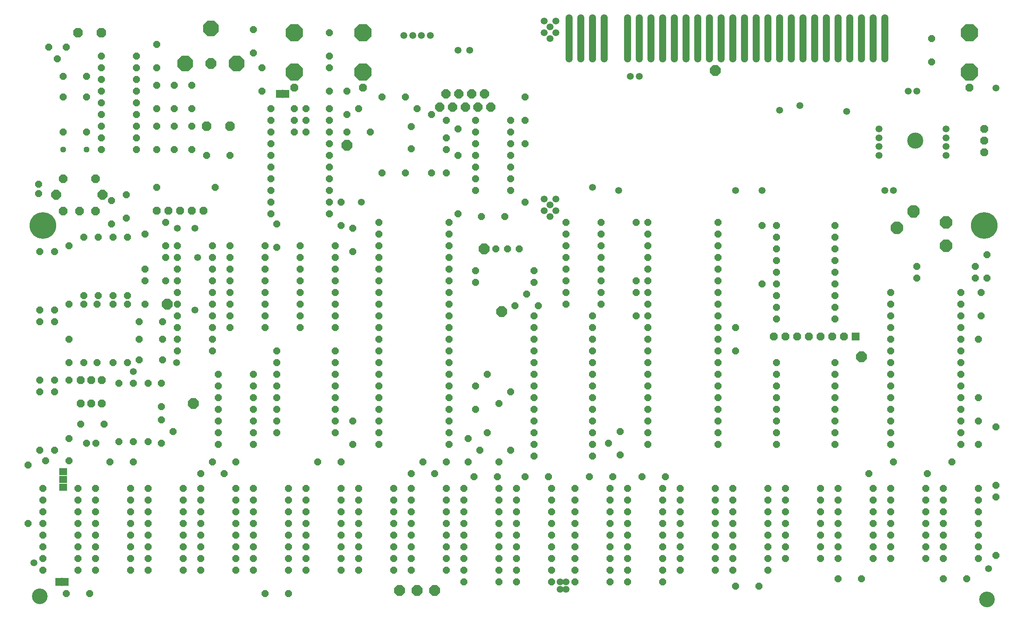
<source format=gbs>
G75*
%MOIN*%
%OFA0B0*%
%FSLAX25Y25*%
%IPPOS*%
%LPD*%
%AMOC8*
5,1,8,0,0,1.08239X$1,22.5*
%
%ADD10C,0.13398*%
%ADD11C,0.22800*%
%ADD12C,0.05918*%
%ADD13OC8,0.10800*%
%ADD14OC8,0.06000*%
%ADD15C,0.02160*%
%ADD16OC8,0.08300*%
%ADD17OC8,0.04769*%
%ADD18OC8,0.06800*%
%ADD19C,0.13800*%
%ADD20OC8,0.07296*%
%ADD21OC8,0.08477*%
%ADD22OC8,0.07850*%
%ADD23OC8,0.06737*%
%ADD24R,0.06737X0.06737*%
%ADD25OC8,0.09300*%
%ADD26C,0.05220*%
%ADD27OC8,0.14643*%
%ADD28R,0.06706X0.05918*%
%ADD29R,0.05400X0.07100*%
%ADD30R,0.00600X0.07200*%
%ADD31OC8,0.09050*%
%ADD32OC8,0.13500*%
%ADD33C,0.05950*%
D10*
X0032600Y0027600D03*
X0842600Y0025100D03*
D11*
X0840100Y0345100D03*
X0035100Y0345100D03*
D12*
X0027600Y0056350D03*
X0850100Y0462600D03*
D13*
X0807600Y0347600D03*
X0807600Y0327600D03*
D14*
X0782600Y0310100D03*
X0782600Y0300100D03*
X0760100Y0287600D03*
X0760100Y0277600D03*
X0760100Y0267600D03*
X0760100Y0257600D03*
X0760100Y0247600D03*
X0760100Y0237600D03*
X0760100Y0227600D03*
X0760100Y0217600D03*
X0760100Y0207600D03*
X0760100Y0197600D03*
X0760100Y0187600D03*
X0760100Y0177600D03*
X0760100Y0167600D03*
X0760100Y0157600D03*
X0762600Y0142600D03*
X0741350Y0132600D03*
X0745100Y0120100D03*
X0745100Y0110100D03*
X0745100Y0100100D03*
X0745100Y0090100D03*
X0745100Y0080100D03*
X0745100Y0070100D03*
X0745100Y0060100D03*
X0760100Y0060100D03*
X0760100Y0070100D03*
X0760100Y0080100D03*
X0760100Y0090100D03*
X0760100Y0100100D03*
X0760100Y0110100D03*
X0760100Y0120100D03*
X0790100Y0120100D03*
X0790100Y0110100D03*
X0790100Y0100100D03*
X0790100Y0090100D03*
X0790100Y0080100D03*
X0790100Y0070100D03*
X0790100Y0060100D03*
X0805100Y0060100D03*
X0805100Y0070100D03*
X0805100Y0080100D03*
X0805100Y0090100D03*
X0805100Y0100100D03*
X0805100Y0110100D03*
X0805100Y0120100D03*
X0791350Y0132600D03*
X0812600Y0142600D03*
X0820100Y0157600D03*
X0820100Y0167600D03*
X0820100Y0177600D03*
X0820100Y0187600D03*
X0820100Y0197600D03*
X0820100Y0207600D03*
X0820100Y0217600D03*
X0820100Y0227600D03*
X0820100Y0237600D03*
X0820100Y0247600D03*
X0820100Y0257600D03*
X0820100Y0267600D03*
X0820100Y0277600D03*
X0820100Y0287600D03*
X0837600Y0287600D03*
X0832600Y0300100D03*
X0842600Y0300100D03*
X0832600Y0310100D03*
X0842600Y0320100D03*
X0837600Y0267600D03*
X0835100Y0247600D03*
X0835100Y0197600D03*
X0835100Y0177600D03*
X0850100Y0172600D03*
X0835100Y0157600D03*
X0835100Y0120100D03*
X0835100Y0110100D03*
X0835100Y0100100D03*
X0835100Y0090100D03*
X0835100Y0080100D03*
X0835100Y0070100D03*
X0835100Y0060100D03*
X0850100Y0062600D03*
X0825100Y0042600D03*
X0805100Y0042600D03*
X0735100Y0042600D03*
X0715100Y0042600D03*
X0715100Y0060100D03*
X0715100Y0070100D03*
X0700100Y0070100D03*
X0700100Y0060100D03*
X0700100Y0080100D03*
X0715100Y0080100D03*
X0715100Y0090100D03*
X0700100Y0090100D03*
X0700100Y0100100D03*
X0715100Y0100100D03*
X0715100Y0110100D03*
X0700100Y0110100D03*
X0700100Y0120100D03*
X0715100Y0120100D03*
X0670100Y0120100D03*
X0655100Y0120100D03*
X0655100Y0110100D03*
X0670100Y0110100D03*
X0670100Y0100100D03*
X0655100Y0100100D03*
X0655100Y0090100D03*
X0670100Y0090100D03*
X0670100Y0080100D03*
X0655100Y0080100D03*
X0655100Y0070100D03*
X0655100Y0060100D03*
X0670100Y0060100D03*
X0670100Y0070100D03*
X0655100Y0050100D03*
X0647600Y0036350D03*
X0627600Y0036350D03*
X0625100Y0050100D03*
X0625100Y0060100D03*
X0625100Y0070100D03*
X0625100Y0080100D03*
X0625100Y0090100D03*
X0625100Y0100100D03*
X0625100Y0110100D03*
X0625100Y0120100D03*
X0610100Y0120100D03*
X0610100Y0110100D03*
X0610100Y0100100D03*
X0610100Y0090100D03*
X0610100Y0080100D03*
X0610100Y0070100D03*
X0610100Y0060100D03*
X0610100Y0050100D03*
X0580100Y0050100D03*
X0580100Y0060100D03*
X0580100Y0070100D03*
X0580100Y0080100D03*
X0580100Y0090100D03*
X0580100Y0100100D03*
X0580100Y0110100D03*
X0580100Y0120100D03*
X0567600Y0130100D03*
X0565100Y0120100D03*
X0565100Y0110100D03*
X0565100Y0100100D03*
X0565100Y0090100D03*
X0565100Y0080100D03*
X0565100Y0070100D03*
X0565100Y0060100D03*
X0565100Y0050100D03*
X0565100Y0040100D03*
X0535100Y0040100D03*
X0535100Y0050100D03*
X0535100Y0060100D03*
X0535100Y0070100D03*
X0535100Y0080100D03*
X0535100Y0090100D03*
X0535100Y0100100D03*
X0535100Y0110100D03*
X0535100Y0120100D03*
X0547600Y0130100D03*
X0522600Y0130100D03*
X0520100Y0120100D03*
X0520100Y0110100D03*
X0520100Y0100100D03*
X0520100Y0090100D03*
X0520100Y0080100D03*
X0520100Y0070100D03*
X0520100Y0060100D03*
X0520100Y0050100D03*
X0520100Y0040100D03*
X0490100Y0040100D03*
X0490100Y0050100D03*
X0490100Y0060100D03*
X0490100Y0070100D03*
X0490100Y0080100D03*
X0490100Y0090100D03*
X0490100Y0100100D03*
X0490100Y0110100D03*
X0490100Y0120100D03*
X0502600Y0130100D03*
X0505100Y0147600D03*
X0505100Y0157600D03*
X0505100Y0167600D03*
X0505100Y0177600D03*
X0505100Y0187600D03*
X0505100Y0197600D03*
X0505100Y0207600D03*
X0505100Y0217600D03*
X0505100Y0227600D03*
X0505100Y0237600D03*
X0505100Y0247600D03*
X0505100Y0257600D03*
X0505100Y0267600D03*
X0512600Y0277600D03*
X0512600Y0287600D03*
X0512600Y0297600D03*
X0512600Y0307600D03*
X0512600Y0317600D03*
X0512600Y0327600D03*
X0512600Y0337600D03*
X0512600Y0347600D03*
X0482600Y0347600D03*
X0482600Y0337600D03*
X0482600Y0327600D03*
X0482600Y0317600D03*
X0482600Y0307600D03*
X0482600Y0297600D03*
X0482600Y0287600D03*
X0482600Y0277600D03*
X0458850Y0276350D03*
X0455100Y0267600D03*
X0455100Y0257600D03*
X0455100Y0247600D03*
X0455100Y0237600D03*
X0455100Y0227600D03*
X0455100Y0217600D03*
X0455100Y0207600D03*
X0455100Y0197600D03*
X0455100Y0187600D03*
X0455100Y0177600D03*
X0455100Y0167600D03*
X0455100Y0157600D03*
X0455100Y0147600D03*
X0435100Y0152600D03*
X0425100Y0142600D03*
X0408850Y0152600D03*
X0398850Y0162600D03*
X0382600Y0157600D03*
X0382600Y0167600D03*
X0382600Y0177600D03*
X0382600Y0187600D03*
X0382600Y0197600D03*
X0382600Y0207600D03*
X0382600Y0217600D03*
X0382600Y0227600D03*
X0382600Y0237600D03*
X0382600Y0247600D03*
X0382600Y0257600D03*
X0382600Y0267600D03*
X0382600Y0277600D03*
X0382600Y0287600D03*
X0382600Y0297600D03*
X0382600Y0307600D03*
X0382600Y0317600D03*
X0382600Y0327600D03*
X0382600Y0337600D03*
X0382600Y0347600D03*
X0390100Y0355100D03*
X0410100Y0352600D03*
X0430100Y0352600D03*
X0447600Y0365100D03*
X0435100Y0375100D03*
X0435100Y0385100D03*
X0435100Y0395100D03*
X0435100Y0405100D03*
X0435100Y0415100D03*
X0435100Y0425100D03*
X0435100Y0435100D03*
X0447600Y0435100D03*
X0447600Y0455100D03*
X0405100Y0435100D03*
X0405100Y0425100D03*
X0405100Y0415100D03*
X0405100Y0405100D03*
X0405100Y0395100D03*
X0405100Y0385100D03*
X0405100Y0375100D03*
X0380100Y0390100D03*
X0367600Y0390100D03*
X0345100Y0390100D03*
X0325100Y0390100D03*
X0350100Y0410600D03*
X0380100Y0410100D03*
X0390100Y0405100D03*
X0380100Y0420100D03*
X0390100Y0427600D03*
X0380100Y0435100D03*
X0367600Y0440100D03*
X0355100Y0445100D03*
X0345100Y0455100D03*
X0325100Y0455100D03*
X0305100Y0445100D03*
X0295100Y0440100D03*
X0280100Y0435100D03*
X0280100Y0425100D03*
X0295100Y0425100D03*
X0280100Y0415100D03*
X0280100Y0405100D03*
X0280100Y0395100D03*
X0280100Y0385100D03*
X0280100Y0375100D03*
X0280100Y0365100D03*
X0290100Y0365100D03*
X0280100Y0355100D03*
X0290100Y0345100D03*
X0300100Y0342600D03*
X0322600Y0337600D03*
X0322600Y0327600D03*
X0322600Y0317600D03*
X0322600Y0307600D03*
X0322600Y0297600D03*
X0322600Y0287600D03*
X0322600Y0277600D03*
X0322600Y0267600D03*
X0322600Y0257600D03*
X0322600Y0247600D03*
X0322600Y0237600D03*
X0322600Y0227600D03*
X0322600Y0217600D03*
X0322600Y0207600D03*
X0322600Y0197600D03*
X0322600Y0187600D03*
X0322600Y0177600D03*
X0322600Y0167600D03*
X0322600Y0157600D03*
X0300100Y0157600D03*
X0285100Y0167600D03*
X0285100Y0177600D03*
X0285100Y0187600D03*
X0285100Y0197600D03*
X0285100Y0207600D03*
X0285100Y0217600D03*
X0285100Y0227600D03*
X0285100Y0237600D03*
X0285100Y0257600D03*
X0285100Y0267600D03*
X0285100Y0277600D03*
X0285100Y0287600D03*
X0285100Y0297600D03*
X0285100Y0307600D03*
X0285100Y0317600D03*
X0285100Y0327600D03*
X0300100Y0322600D03*
X0322600Y0347600D03*
X0255100Y0327600D03*
X0255100Y0317600D03*
X0255100Y0307600D03*
X0255100Y0297600D03*
X0255100Y0287600D03*
X0255100Y0277600D03*
X0255100Y0267600D03*
X0255100Y0257600D03*
X0235100Y0237600D03*
X0235100Y0227600D03*
X0235100Y0217600D03*
X0235100Y0207600D03*
X0235100Y0197600D03*
X0235100Y0187600D03*
X0235100Y0177600D03*
X0235100Y0167600D03*
X0215100Y0167600D03*
X0215100Y0157600D03*
X0215100Y0177600D03*
X0215100Y0187600D03*
X0215100Y0197600D03*
X0215100Y0207600D03*
X0215100Y0217600D03*
X0185100Y0217600D03*
X0185100Y0207600D03*
X0185100Y0197600D03*
X0185100Y0187600D03*
X0185100Y0177600D03*
X0185100Y0167600D03*
X0185100Y0157600D03*
X0180100Y0142600D03*
X0170100Y0132600D03*
X0170100Y0120100D03*
X0170100Y0110100D03*
X0170100Y0100100D03*
X0170100Y0090100D03*
X0170100Y0080100D03*
X0170100Y0070100D03*
X0170100Y0060100D03*
X0170100Y0050100D03*
X0155100Y0050100D03*
X0155100Y0060100D03*
X0155100Y0070100D03*
X0155100Y0080100D03*
X0155100Y0090100D03*
X0155100Y0100100D03*
X0155100Y0110100D03*
X0155100Y0120100D03*
X0125100Y0120100D03*
X0125100Y0110100D03*
X0125100Y0100100D03*
X0125100Y0090100D03*
X0125100Y0080100D03*
X0125100Y0070100D03*
X0125100Y0060100D03*
X0125100Y0050100D03*
X0110100Y0050100D03*
X0110100Y0060100D03*
X0110100Y0070100D03*
X0110100Y0080100D03*
X0110100Y0090100D03*
X0110100Y0100100D03*
X0110100Y0110100D03*
X0110100Y0120100D03*
X0080100Y0120100D03*
X0080100Y0110100D03*
X0080100Y0100100D03*
X0080100Y0090100D03*
X0080100Y0080100D03*
X0080100Y0070100D03*
X0080100Y0060100D03*
X0080100Y0050100D03*
X0065100Y0050100D03*
X0065100Y0060100D03*
X0065100Y0070100D03*
X0065100Y0080100D03*
X0065100Y0090100D03*
X0065100Y0100100D03*
X0065100Y0110100D03*
X0065100Y0120100D03*
X0035100Y0120100D03*
X0035100Y0110100D03*
X0035100Y0100100D03*
X0035100Y0090100D03*
X0035100Y0080100D03*
X0035100Y0070100D03*
X0035100Y0060100D03*
X0035100Y0050100D03*
X0055100Y0030100D03*
X0075100Y0030100D03*
X0022600Y0090100D03*
X0022600Y0140100D03*
X0037600Y0143850D03*
X0032600Y0152600D03*
X0045100Y0152600D03*
X0057600Y0162600D03*
X0072350Y0158850D03*
X0080350Y0158850D03*
X0100100Y0160100D03*
X0112600Y0160100D03*
X0125100Y0160100D03*
X0136350Y0158850D03*
X0146350Y0168850D03*
X0136350Y0178850D03*
X0136350Y0190100D03*
X0136350Y0210100D03*
X0125100Y0210100D03*
X0112600Y0210100D03*
X0100100Y0210100D03*
X0095100Y0227600D03*
X0081350Y0227600D03*
X0070100Y0227600D03*
X0057600Y0227600D03*
X0057600Y0212600D03*
X0045100Y0212600D03*
X0045100Y0202600D03*
X0032600Y0202600D03*
X0032600Y0212600D03*
X0057600Y0247600D03*
X0045100Y0262600D03*
X0045100Y0272600D03*
X0057600Y0277600D03*
X0070100Y0277600D03*
X0070100Y0285100D03*
X0082600Y0285100D03*
X0081350Y0277600D03*
X0095100Y0277600D03*
X0095100Y0285100D03*
X0107600Y0285100D03*
X0107600Y0277600D03*
X0122600Y0277600D03*
X0117600Y0262600D03*
X0137600Y0262600D03*
X0150100Y0257600D03*
X0150100Y0247600D03*
X0150100Y0237600D03*
X0137600Y0230100D03*
X0117600Y0230100D03*
X0107600Y0227600D03*
X0117600Y0247600D03*
X0137600Y0247600D03*
X0150100Y0267600D03*
X0150100Y0277600D03*
X0150100Y0287600D03*
X0150100Y0297600D03*
X0140100Y0297600D03*
X0150100Y0307600D03*
X0150100Y0317600D03*
X0140100Y0317600D03*
X0140100Y0327600D03*
X0150100Y0327600D03*
X0122600Y0337600D03*
X0107600Y0335100D03*
X0095100Y0335100D03*
X0082600Y0335100D03*
X0070100Y0335100D03*
X0057600Y0327600D03*
X0045100Y0322600D03*
X0032600Y0322600D03*
X0093850Y0346350D03*
X0106350Y0351350D03*
X0093850Y0366350D03*
X0106350Y0371350D03*
X0132600Y0377600D03*
X0140100Y0347600D03*
X0180100Y0327600D03*
X0180100Y0317600D03*
X0180100Y0307600D03*
X0180100Y0297600D03*
X0180100Y0287600D03*
X0180100Y0277600D03*
X0180100Y0267600D03*
X0180100Y0257600D03*
X0180100Y0247600D03*
X0180100Y0237600D03*
X0195100Y0257600D03*
X0195100Y0267600D03*
X0195100Y0277600D03*
X0195100Y0287600D03*
X0195100Y0297600D03*
X0195100Y0307600D03*
X0195100Y0317600D03*
X0195100Y0327600D03*
X0225100Y0327600D03*
X0235100Y0326350D03*
X0225100Y0317600D03*
X0225100Y0307600D03*
X0225100Y0297600D03*
X0225100Y0287600D03*
X0225100Y0277600D03*
X0225100Y0267600D03*
X0225100Y0257600D03*
X0122600Y0297600D03*
X0122600Y0307600D03*
X0032600Y0272600D03*
X0032600Y0262600D03*
X0067600Y0175100D03*
X0087600Y0175100D03*
X0092600Y0142600D03*
X0112600Y0142600D03*
X0057600Y0143850D03*
X0190100Y0132600D03*
X0200100Y0142600D03*
X0200100Y0120100D03*
X0200100Y0110100D03*
X0200100Y0100100D03*
X0200100Y0090100D03*
X0200100Y0080100D03*
X0200100Y0070100D03*
X0200100Y0060100D03*
X0200100Y0050100D03*
X0215100Y0050100D03*
X0215100Y0060100D03*
X0215100Y0070100D03*
X0215100Y0080100D03*
X0215100Y0090100D03*
X0215100Y0100100D03*
X0215100Y0110100D03*
X0215100Y0120100D03*
X0245100Y0120100D03*
X0260100Y0120100D03*
X0260100Y0110100D03*
X0245100Y0110100D03*
X0245100Y0100100D03*
X0260100Y0100100D03*
X0260100Y0090100D03*
X0245100Y0090100D03*
X0245100Y0080100D03*
X0260100Y0080100D03*
X0260100Y0070100D03*
X0260100Y0060100D03*
X0245100Y0060100D03*
X0245100Y0070100D03*
X0245100Y0050100D03*
X0260100Y0050100D03*
X0245100Y0030100D03*
X0225100Y0030100D03*
X0290100Y0050100D03*
X0305100Y0050100D03*
X0305100Y0060100D03*
X0305100Y0070100D03*
X0290100Y0070100D03*
X0290100Y0060100D03*
X0290100Y0080100D03*
X0305100Y0080100D03*
X0305100Y0090100D03*
X0290100Y0090100D03*
X0290100Y0100100D03*
X0305100Y0100100D03*
X0305100Y0110100D03*
X0290100Y0110100D03*
X0290100Y0120100D03*
X0305100Y0120100D03*
X0290100Y0142600D03*
X0270100Y0142600D03*
X0300100Y0177600D03*
X0360100Y0142600D03*
X0350100Y0132600D03*
X0350100Y0120100D03*
X0350100Y0110100D03*
X0350100Y0100100D03*
X0350100Y0090100D03*
X0350100Y0080100D03*
X0350100Y0070100D03*
X0350100Y0060100D03*
X0350100Y0050100D03*
X0335100Y0050100D03*
X0335100Y0060100D03*
X0335100Y0070100D03*
X0335100Y0080100D03*
X0335100Y0090100D03*
X0335100Y0100100D03*
X0335100Y0110100D03*
X0335100Y0120100D03*
X0370100Y0132600D03*
X0380100Y0142600D03*
X0398850Y0142600D03*
X0403850Y0130100D03*
X0395100Y0120100D03*
X0395100Y0110100D03*
X0395100Y0100100D03*
X0395100Y0090100D03*
X0395100Y0080100D03*
X0395100Y0070100D03*
X0395100Y0060100D03*
X0395100Y0050100D03*
X0395100Y0040100D03*
X0380100Y0050100D03*
X0380100Y0060100D03*
X0380100Y0070100D03*
X0380100Y0080100D03*
X0380100Y0090100D03*
X0380100Y0100100D03*
X0380100Y0110100D03*
X0380100Y0120100D03*
X0423850Y0130100D03*
X0425100Y0120100D03*
X0425100Y0110100D03*
X0425100Y0100100D03*
X0425100Y0090100D03*
X0425100Y0080100D03*
X0425100Y0070100D03*
X0425100Y0060100D03*
X0425100Y0050100D03*
X0425100Y0040100D03*
X0440100Y0040100D03*
X0440100Y0050100D03*
X0440100Y0060100D03*
X0440100Y0070100D03*
X0440100Y0080100D03*
X0440100Y0090100D03*
X0440100Y0100100D03*
X0440100Y0110100D03*
X0440100Y0120100D03*
X0447600Y0130100D03*
X0467600Y0130100D03*
X0470100Y0120100D03*
X0470100Y0110100D03*
X0470100Y0100100D03*
X0470100Y0090100D03*
X0470100Y0080100D03*
X0470100Y0070100D03*
X0470100Y0060100D03*
X0470100Y0050100D03*
X0470100Y0040100D03*
X0528850Y0148850D03*
X0518850Y0158850D03*
X0528850Y0168850D03*
X0552600Y0167600D03*
X0552600Y0157600D03*
X0552600Y0177600D03*
X0552600Y0187600D03*
X0552600Y0197600D03*
X0552600Y0207600D03*
X0552600Y0217600D03*
X0552600Y0227600D03*
X0552600Y0237600D03*
X0552600Y0247600D03*
X0552600Y0257600D03*
X0552600Y0267600D03*
X0542600Y0267600D03*
X0552600Y0277600D03*
X0552600Y0287600D03*
X0552600Y0297600D03*
X0542600Y0297600D03*
X0542600Y0287600D03*
X0552600Y0307600D03*
X0552600Y0317600D03*
X0552600Y0327600D03*
X0552600Y0337600D03*
X0552600Y0347600D03*
X0542600Y0347600D03*
X0612600Y0347600D03*
X0612600Y0337600D03*
X0612600Y0327600D03*
X0612600Y0317600D03*
X0612600Y0307600D03*
X0612600Y0297600D03*
X0612600Y0287600D03*
X0612600Y0277600D03*
X0612600Y0267600D03*
X0612600Y0257600D03*
X0627600Y0257600D03*
X0612600Y0247600D03*
X0612600Y0237600D03*
X0627600Y0237600D03*
X0612600Y0227600D03*
X0612600Y0217600D03*
X0612600Y0207600D03*
X0612600Y0197600D03*
X0612600Y0187600D03*
X0612600Y0177600D03*
X0612600Y0167600D03*
X0612600Y0157600D03*
X0662600Y0157600D03*
X0662600Y0167600D03*
X0662600Y0177600D03*
X0662600Y0187600D03*
X0662600Y0197600D03*
X0662600Y0207600D03*
X0662600Y0217600D03*
X0662600Y0227600D03*
X0712600Y0227600D03*
X0712600Y0217600D03*
X0712600Y0207600D03*
X0712600Y0197600D03*
X0712600Y0187600D03*
X0712600Y0177600D03*
X0712600Y0167600D03*
X0712600Y0157600D03*
X0850100Y0122600D03*
X0850100Y0112600D03*
X0712600Y0265100D03*
X0712600Y0275100D03*
X0712600Y0285100D03*
X0712600Y0295100D03*
X0712600Y0305100D03*
X0712600Y0315100D03*
X0712600Y0325100D03*
X0712600Y0335100D03*
X0712600Y0345100D03*
X0662600Y0345100D03*
X0650100Y0345100D03*
X0662600Y0335100D03*
X0662600Y0325100D03*
X0662600Y0315100D03*
X0662600Y0305100D03*
X0662600Y0295100D03*
X0650100Y0295100D03*
X0662600Y0285100D03*
X0662600Y0275100D03*
X0662600Y0265100D03*
X0455100Y0296350D03*
X0455100Y0306350D03*
X0442600Y0325100D03*
X0432600Y0325100D03*
X0422600Y0325100D03*
X0405100Y0306350D03*
X0405100Y0296350D03*
X0438850Y0276350D03*
X0448850Y0286350D03*
X0415100Y0217600D03*
X0405100Y0207600D03*
X0425100Y0192600D03*
X0435100Y0202600D03*
X0405100Y0187600D03*
X0415100Y0167600D03*
X0235100Y0346350D03*
X0230100Y0355100D03*
X0230100Y0365100D03*
X0230100Y0375100D03*
X0230100Y0385100D03*
X0230100Y0395100D03*
X0230100Y0405100D03*
X0230100Y0415100D03*
X0230100Y0425100D03*
X0230100Y0435100D03*
X0230100Y0445100D03*
X0222600Y0460100D03*
X0250100Y0445100D03*
X0260100Y0445100D03*
X0260100Y0435100D03*
X0250100Y0435100D03*
X0250100Y0425100D03*
X0260100Y0425100D03*
X0280100Y0445100D03*
X0280100Y0460100D03*
X0295100Y0460100D03*
X0280100Y0480100D03*
X0280100Y0490100D03*
X0280100Y0510100D03*
X0222600Y0480100D03*
X0215100Y0492600D03*
X0215100Y0512600D03*
X0162600Y0465100D03*
X0147600Y0465100D03*
X0132600Y0465100D03*
X0115100Y0460100D03*
X0115100Y0450100D03*
X0115100Y0440100D03*
X0115100Y0430100D03*
X0115100Y0420100D03*
X0115100Y0410100D03*
X0132600Y0410100D03*
X0147600Y0410100D03*
X0162600Y0410100D03*
X0175100Y0405100D03*
X0195100Y0405100D03*
X0182600Y0377600D03*
X0162600Y0430100D03*
X0147600Y0430100D03*
X0132600Y0430100D03*
X0132600Y0445100D03*
X0147600Y0445100D03*
X0162600Y0445100D03*
X0115100Y0470100D03*
X0115100Y0480100D03*
X0115100Y0490100D03*
X0132600Y0480100D03*
X0132600Y0500100D03*
X0085100Y0490100D03*
X0085100Y0480100D03*
X0072600Y0472600D03*
X0085100Y0470100D03*
X0085100Y0460100D03*
X0085100Y0450100D03*
X0072600Y0455100D03*
X0085100Y0440100D03*
X0085100Y0430100D03*
X0072600Y0425100D03*
X0085100Y0420100D03*
X0085100Y0410100D03*
X0052600Y0425100D03*
X0052600Y0455100D03*
X0052600Y0472600D03*
X0047600Y0487600D03*
X0040100Y0497600D03*
X0055100Y0497600D03*
X0031350Y0380350D03*
X0031350Y0372350D03*
X0315100Y0425100D03*
X0350100Y0429600D03*
X0447600Y0415100D03*
X0795100Y0485100D03*
X0795100Y0505100D03*
D15*
X0776432Y0356462D02*
X0775352Y0355382D01*
X0775352Y0358960D01*
X0777882Y0361490D01*
X0781460Y0361490D01*
X0783990Y0358960D01*
X0783990Y0355382D01*
X0781460Y0352852D01*
X0777882Y0352852D01*
X0775352Y0355382D01*
X0776972Y0356053D01*
X0776972Y0358289D01*
X0778553Y0359870D01*
X0780789Y0359870D01*
X0782370Y0358289D01*
X0782370Y0356053D01*
X0780789Y0354472D01*
X0778553Y0354472D01*
X0776972Y0356053D01*
X0778592Y0356724D01*
X0778592Y0357618D01*
X0779224Y0358250D01*
X0780118Y0358250D01*
X0780750Y0357618D01*
X0780750Y0356724D01*
X0780118Y0356092D01*
X0779224Y0356092D01*
X0778592Y0356724D01*
X0762290Y0342320D02*
X0761210Y0341240D01*
X0761210Y0344818D01*
X0763740Y0347348D01*
X0767318Y0347348D01*
X0769848Y0344818D01*
X0769848Y0341240D01*
X0767318Y0338710D01*
X0763740Y0338710D01*
X0761210Y0341240D01*
X0762830Y0341911D01*
X0762830Y0344147D01*
X0764411Y0345728D01*
X0766647Y0345728D01*
X0768228Y0344147D01*
X0768228Y0341911D01*
X0766647Y0340330D01*
X0764411Y0340330D01*
X0762830Y0341911D01*
X0764450Y0342582D01*
X0764450Y0343476D01*
X0765082Y0344108D01*
X0765976Y0344108D01*
X0766608Y0343476D01*
X0766608Y0342582D01*
X0765976Y0341950D01*
X0765082Y0341950D01*
X0764450Y0342582D01*
D16*
X0195100Y0430100D03*
X0175100Y0430100D03*
X0085100Y0510100D03*
X0065100Y0510100D03*
D17*
X0072600Y0410100D03*
X0052600Y0410100D03*
D18*
X0067350Y0212600D03*
X0076350Y0212600D03*
X0085350Y0212600D03*
X0085350Y0192600D03*
X0076350Y0192600D03*
X0067350Y0192600D03*
X0840100Y0407600D03*
X0840100Y0417600D03*
X0840100Y0427600D03*
D19*
X0781100Y0417600D03*
D20*
X0080208Y0385208D03*
X0052492Y0385208D03*
X0052492Y0357492D03*
X0066350Y0357492D03*
X0080208Y0357492D03*
D21*
X0086114Y0371350D03*
X0046586Y0371350D03*
D22*
X0374550Y0446359D03*
X0385450Y0446359D03*
X0396350Y0446359D03*
X0407250Y0446359D03*
X0418150Y0446359D03*
X0412700Y0457555D03*
X0401800Y0457555D03*
X0390900Y0457555D03*
X0380000Y0457555D03*
D23*
X0308850Y0462915D03*
X0250100Y0462915D03*
X0172600Y0357600D03*
X0162600Y0357600D03*
X0152600Y0357600D03*
X0142600Y0357600D03*
X0132600Y0357600D03*
X0660100Y0250100D03*
X0670100Y0250100D03*
X0680100Y0250100D03*
X0690100Y0250100D03*
X0700100Y0250100D03*
X0710100Y0250100D03*
X0720100Y0250100D03*
X0827600Y0462915D03*
D24*
X0730100Y0250100D03*
D25*
X0735100Y0232600D03*
X0427600Y0271350D03*
X0412600Y0325100D03*
X0295100Y0413850D03*
X0141350Y0277600D03*
X0163850Y0192600D03*
X0340100Y0032600D03*
X0355100Y0032600D03*
X0370100Y0032600D03*
X0610100Y0477600D03*
D26*
X0605390Y0487310D02*
X0605390Y0522890D01*
X0605390Y0487310D02*
X0604810Y0487310D01*
X0604810Y0522890D01*
X0605390Y0522890D01*
X0605390Y0492529D02*
X0604810Y0492529D01*
X0604810Y0497748D02*
X0605390Y0497748D01*
X0605390Y0502967D02*
X0604810Y0502967D01*
X0604810Y0508186D02*
X0605390Y0508186D01*
X0605390Y0513405D02*
X0604810Y0513405D01*
X0604810Y0518624D02*
X0605390Y0518624D01*
X0615390Y0522890D02*
X0615390Y0487310D01*
X0614810Y0487310D01*
X0614810Y0522890D01*
X0615390Y0522890D01*
X0615390Y0492529D02*
X0614810Y0492529D01*
X0614810Y0497748D02*
X0615390Y0497748D01*
X0615390Y0502967D02*
X0614810Y0502967D01*
X0614810Y0508186D02*
X0615390Y0508186D01*
X0615390Y0513405D02*
X0614810Y0513405D01*
X0614810Y0518624D02*
X0615390Y0518624D01*
X0625390Y0522890D02*
X0625390Y0487310D01*
X0624810Y0487310D01*
X0624810Y0522890D01*
X0625390Y0522890D01*
X0625390Y0492529D02*
X0624810Y0492529D01*
X0624810Y0497748D02*
X0625390Y0497748D01*
X0625390Y0502967D02*
X0624810Y0502967D01*
X0624810Y0508186D02*
X0625390Y0508186D01*
X0625390Y0513405D02*
X0624810Y0513405D01*
X0624810Y0518624D02*
X0625390Y0518624D01*
X0635390Y0522890D02*
X0635390Y0487310D01*
X0634810Y0487310D01*
X0634810Y0522890D01*
X0635390Y0522890D01*
X0635390Y0492529D02*
X0634810Y0492529D01*
X0634810Y0497748D02*
X0635390Y0497748D01*
X0635390Y0502967D02*
X0634810Y0502967D01*
X0634810Y0508186D02*
X0635390Y0508186D01*
X0635390Y0513405D02*
X0634810Y0513405D01*
X0634810Y0518624D02*
X0635390Y0518624D01*
X0645390Y0522890D02*
X0645390Y0487310D01*
X0644810Y0487310D01*
X0644810Y0522890D01*
X0645390Y0522890D01*
X0645390Y0492529D02*
X0644810Y0492529D01*
X0644810Y0497748D02*
X0645390Y0497748D01*
X0645390Y0502967D02*
X0644810Y0502967D01*
X0644810Y0508186D02*
X0645390Y0508186D01*
X0645390Y0513405D02*
X0644810Y0513405D01*
X0644810Y0518624D02*
X0645390Y0518624D01*
X0655390Y0522890D02*
X0655390Y0487310D01*
X0654810Y0487310D01*
X0654810Y0522890D01*
X0655390Y0522890D01*
X0655390Y0492529D02*
X0654810Y0492529D01*
X0654810Y0497748D02*
X0655390Y0497748D01*
X0655390Y0502967D02*
X0654810Y0502967D01*
X0654810Y0508186D02*
X0655390Y0508186D01*
X0655390Y0513405D02*
X0654810Y0513405D01*
X0654810Y0518624D02*
X0655390Y0518624D01*
X0665390Y0522890D02*
X0665390Y0487310D01*
X0664810Y0487310D01*
X0664810Y0522890D01*
X0665390Y0522890D01*
X0665390Y0492529D02*
X0664810Y0492529D01*
X0664810Y0497748D02*
X0665390Y0497748D01*
X0665390Y0502967D02*
X0664810Y0502967D01*
X0664810Y0508186D02*
X0665390Y0508186D01*
X0665390Y0513405D02*
X0664810Y0513405D01*
X0664810Y0518624D02*
X0665390Y0518624D01*
X0675390Y0522890D02*
X0675390Y0487310D01*
X0674810Y0487310D01*
X0674810Y0522890D01*
X0675390Y0522890D01*
X0675390Y0492529D02*
X0674810Y0492529D01*
X0674810Y0497748D02*
X0675390Y0497748D01*
X0675390Y0502967D02*
X0674810Y0502967D01*
X0674810Y0508186D02*
X0675390Y0508186D01*
X0675390Y0513405D02*
X0674810Y0513405D01*
X0674810Y0518624D02*
X0675390Y0518624D01*
X0685390Y0522890D02*
X0685390Y0487310D01*
X0684810Y0487310D01*
X0684810Y0522890D01*
X0685390Y0522890D01*
X0685390Y0492529D02*
X0684810Y0492529D01*
X0684810Y0497748D02*
X0685390Y0497748D01*
X0685390Y0502967D02*
X0684810Y0502967D01*
X0684810Y0508186D02*
X0685390Y0508186D01*
X0685390Y0513405D02*
X0684810Y0513405D01*
X0684810Y0518624D02*
X0685390Y0518624D01*
X0695390Y0522890D02*
X0695390Y0487310D01*
X0694810Y0487310D01*
X0694810Y0522890D01*
X0695390Y0522890D01*
X0695390Y0492529D02*
X0694810Y0492529D01*
X0694810Y0497748D02*
X0695390Y0497748D01*
X0695390Y0502967D02*
X0694810Y0502967D01*
X0694810Y0508186D02*
X0695390Y0508186D01*
X0695390Y0513405D02*
X0694810Y0513405D01*
X0694810Y0518624D02*
X0695390Y0518624D01*
X0705390Y0522890D02*
X0705390Y0487310D01*
X0704810Y0487310D01*
X0704810Y0522890D01*
X0705390Y0522890D01*
X0705390Y0492529D02*
X0704810Y0492529D01*
X0704810Y0497748D02*
X0705390Y0497748D01*
X0705390Y0502967D02*
X0704810Y0502967D01*
X0704810Y0508186D02*
X0705390Y0508186D01*
X0705390Y0513405D02*
X0704810Y0513405D01*
X0704810Y0518624D02*
X0705390Y0518624D01*
X0715390Y0522890D02*
X0715390Y0487310D01*
X0714810Y0487310D01*
X0714810Y0522890D01*
X0715390Y0522890D01*
X0715390Y0492529D02*
X0714810Y0492529D01*
X0714810Y0497748D02*
X0715390Y0497748D01*
X0715390Y0502967D02*
X0714810Y0502967D01*
X0714810Y0508186D02*
X0715390Y0508186D01*
X0715390Y0513405D02*
X0714810Y0513405D01*
X0714810Y0518624D02*
X0715390Y0518624D01*
X0725390Y0522890D02*
X0725390Y0487310D01*
X0724810Y0487310D01*
X0724810Y0522890D01*
X0725390Y0522890D01*
X0725390Y0492529D02*
X0724810Y0492529D01*
X0724810Y0497748D02*
X0725390Y0497748D01*
X0725390Y0502967D02*
X0724810Y0502967D01*
X0724810Y0508186D02*
X0725390Y0508186D01*
X0725390Y0513405D02*
X0724810Y0513405D01*
X0724810Y0518624D02*
X0725390Y0518624D01*
X0735390Y0522890D02*
X0735390Y0487310D01*
X0734810Y0487310D01*
X0734810Y0522890D01*
X0735390Y0522890D01*
X0735390Y0492529D02*
X0734810Y0492529D01*
X0734810Y0497748D02*
X0735390Y0497748D01*
X0735390Y0502967D02*
X0734810Y0502967D01*
X0734810Y0508186D02*
X0735390Y0508186D01*
X0735390Y0513405D02*
X0734810Y0513405D01*
X0734810Y0518624D02*
X0735390Y0518624D01*
X0745390Y0522890D02*
X0745390Y0487310D01*
X0744810Y0487310D01*
X0744810Y0522890D01*
X0745390Y0522890D01*
X0745390Y0492529D02*
X0744810Y0492529D01*
X0744810Y0497748D02*
X0745390Y0497748D01*
X0745390Y0502967D02*
X0744810Y0502967D01*
X0744810Y0508186D02*
X0745390Y0508186D01*
X0745390Y0513405D02*
X0744810Y0513405D01*
X0744810Y0518624D02*
X0745390Y0518624D01*
X0755390Y0522890D02*
X0755390Y0487310D01*
X0754810Y0487310D01*
X0754810Y0522890D01*
X0755390Y0522890D01*
X0755390Y0492529D02*
X0754810Y0492529D01*
X0754810Y0497748D02*
X0755390Y0497748D01*
X0755390Y0502967D02*
X0754810Y0502967D01*
X0754810Y0508186D02*
X0755390Y0508186D01*
X0755390Y0513405D02*
X0754810Y0513405D01*
X0754810Y0518624D02*
X0755390Y0518624D01*
X0595390Y0522890D02*
X0595390Y0487310D01*
X0594810Y0487310D01*
X0594810Y0522890D01*
X0595390Y0522890D01*
X0595390Y0492529D02*
X0594810Y0492529D01*
X0594810Y0497748D02*
X0595390Y0497748D01*
X0595390Y0502967D02*
X0594810Y0502967D01*
X0594810Y0508186D02*
X0595390Y0508186D01*
X0595390Y0513405D02*
X0594810Y0513405D01*
X0594810Y0518624D02*
X0595390Y0518624D01*
X0585390Y0522890D02*
X0585390Y0487310D01*
X0584810Y0487310D01*
X0584810Y0522890D01*
X0585390Y0522890D01*
X0585390Y0492529D02*
X0584810Y0492529D01*
X0584810Y0497748D02*
X0585390Y0497748D01*
X0585390Y0502967D02*
X0584810Y0502967D01*
X0584810Y0508186D02*
X0585390Y0508186D01*
X0585390Y0513405D02*
X0584810Y0513405D01*
X0584810Y0518624D02*
X0585390Y0518624D01*
X0575390Y0522890D02*
X0575390Y0487310D01*
X0574810Y0487310D01*
X0574810Y0522890D01*
X0575390Y0522890D01*
X0575390Y0492529D02*
X0574810Y0492529D01*
X0574810Y0497748D02*
X0575390Y0497748D01*
X0575390Y0502967D02*
X0574810Y0502967D01*
X0574810Y0508186D02*
X0575390Y0508186D01*
X0575390Y0513405D02*
X0574810Y0513405D01*
X0574810Y0518624D02*
X0575390Y0518624D01*
X0565390Y0522890D02*
X0565390Y0487310D01*
X0564810Y0487310D01*
X0564810Y0522890D01*
X0565390Y0522890D01*
X0565390Y0492529D02*
X0564810Y0492529D01*
X0564810Y0497748D02*
X0565390Y0497748D01*
X0565390Y0502967D02*
X0564810Y0502967D01*
X0564810Y0508186D02*
X0565390Y0508186D01*
X0565390Y0513405D02*
X0564810Y0513405D01*
X0564810Y0518624D02*
X0565390Y0518624D01*
X0555390Y0522890D02*
X0555390Y0487310D01*
X0554810Y0487310D01*
X0554810Y0522890D01*
X0555390Y0522890D01*
X0555390Y0492529D02*
X0554810Y0492529D01*
X0554810Y0497748D02*
X0555390Y0497748D01*
X0555390Y0502967D02*
X0554810Y0502967D01*
X0554810Y0508186D02*
X0555390Y0508186D01*
X0555390Y0513405D02*
X0554810Y0513405D01*
X0554810Y0518624D02*
X0555390Y0518624D01*
X0545390Y0522890D02*
X0545390Y0487310D01*
X0544810Y0487310D01*
X0544810Y0522890D01*
X0545390Y0522890D01*
X0545390Y0492529D02*
X0544810Y0492529D01*
X0544810Y0497748D02*
X0545390Y0497748D01*
X0545390Y0502967D02*
X0544810Y0502967D01*
X0544810Y0508186D02*
X0545390Y0508186D01*
X0545390Y0513405D02*
X0544810Y0513405D01*
X0544810Y0518624D02*
X0545390Y0518624D01*
X0535390Y0522890D02*
X0535390Y0487310D01*
X0534810Y0487310D01*
X0534810Y0522890D01*
X0535390Y0522890D01*
X0535390Y0492529D02*
X0534810Y0492529D01*
X0534810Y0497748D02*
X0535390Y0497748D01*
X0535390Y0502967D02*
X0534810Y0502967D01*
X0534810Y0508186D02*
X0535390Y0508186D01*
X0535390Y0513405D02*
X0534810Y0513405D01*
X0534810Y0518624D02*
X0535390Y0518624D01*
X0515390Y0522890D02*
X0515390Y0487310D01*
X0514810Y0487310D01*
X0514810Y0522890D01*
X0515390Y0522890D01*
X0515390Y0492529D02*
X0514810Y0492529D01*
X0514810Y0497748D02*
X0515390Y0497748D01*
X0515390Y0502967D02*
X0514810Y0502967D01*
X0514810Y0508186D02*
X0515390Y0508186D01*
X0515390Y0513405D02*
X0514810Y0513405D01*
X0514810Y0518624D02*
X0515390Y0518624D01*
X0505390Y0522890D02*
X0505390Y0487310D01*
X0504810Y0487310D01*
X0504810Y0522890D01*
X0505390Y0522890D01*
X0505390Y0492529D02*
X0504810Y0492529D01*
X0504810Y0497748D02*
X0505390Y0497748D01*
X0505390Y0502967D02*
X0504810Y0502967D01*
X0504810Y0508186D02*
X0505390Y0508186D01*
X0505390Y0513405D02*
X0504810Y0513405D01*
X0504810Y0518624D02*
X0505390Y0518624D01*
X0495390Y0522890D02*
X0495390Y0487310D01*
X0494810Y0487310D01*
X0494810Y0522890D01*
X0495390Y0522890D01*
X0495390Y0492529D02*
X0494810Y0492529D01*
X0494810Y0497748D02*
X0495390Y0497748D01*
X0495390Y0502967D02*
X0494810Y0502967D01*
X0494810Y0508186D02*
X0495390Y0508186D01*
X0495390Y0513405D02*
X0494810Y0513405D01*
X0494810Y0518624D02*
X0495390Y0518624D01*
X0485390Y0522890D02*
X0485390Y0487310D01*
X0484810Y0487310D01*
X0484810Y0522890D01*
X0485390Y0522890D01*
X0485390Y0492529D02*
X0484810Y0492529D01*
X0484810Y0497748D02*
X0485390Y0497748D01*
X0485390Y0502967D02*
X0484810Y0502967D01*
X0484810Y0508186D02*
X0485390Y0508186D01*
X0485390Y0513405D02*
X0484810Y0513405D01*
X0484810Y0518624D02*
X0485390Y0518624D01*
D27*
X0308850Y0510100D03*
X0308850Y0476360D03*
X0250100Y0476360D03*
X0250100Y0510100D03*
X0827600Y0510100D03*
X0827600Y0476360D03*
D28*
X0052600Y0134293D03*
X0052600Y0127600D03*
X0052600Y0120907D03*
D29*
X0054350Y0040100D03*
X0048350Y0040100D03*
X0237100Y0457600D03*
X0243100Y0457600D03*
D30*
X0240100Y0457600D03*
X0051350Y0040100D03*
D31*
X0178850Y0483850D03*
D32*
X0156850Y0483850D03*
X0178850Y0513850D03*
X0200850Y0483850D03*
D33*
X0343850Y0507600D03*
X0351350Y0507600D03*
X0358850Y0507600D03*
X0366350Y0507600D03*
X0390100Y0495100D03*
X0400100Y0495100D03*
X0463850Y0510100D03*
X0468850Y0505100D03*
X0473850Y0510100D03*
X0468850Y0515100D03*
X0463850Y0520100D03*
X0473850Y0520100D03*
X0537600Y0472600D03*
X0545100Y0472600D03*
X0665100Y0443850D03*
X0682600Y0447600D03*
X0722600Y0442600D03*
X0750100Y0427600D03*
X0750100Y0420100D03*
X0750100Y0412600D03*
X0750100Y0405100D03*
X0755100Y0375100D03*
X0762600Y0375100D03*
X0807600Y0405100D03*
X0807600Y0412600D03*
X0807600Y0420100D03*
X0807600Y0427600D03*
X0782600Y0460100D03*
X0775100Y0460100D03*
X0650100Y0375100D03*
X0627600Y0375100D03*
X0527600Y0375100D03*
X0505100Y0377600D03*
X0473850Y0367600D03*
X0468850Y0362600D03*
X0463850Y0357600D03*
X0468850Y0352600D03*
X0473850Y0357600D03*
X0463850Y0367600D03*
X0307600Y0365100D03*
X0167600Y0317600D03*
X0165100Y0342600D03*
X0150100Y0342600D03*
X0165100Y0272600D03*
X0149475Y0227600D03*
X0112600Y0220100D03*
X0477600Y0040100D03*
X0482600Y0040100D03*
X0482600Y0033850D03*
X0477600Y0033850D03*
X0843850Y0051350D03*
M02*

</source>
